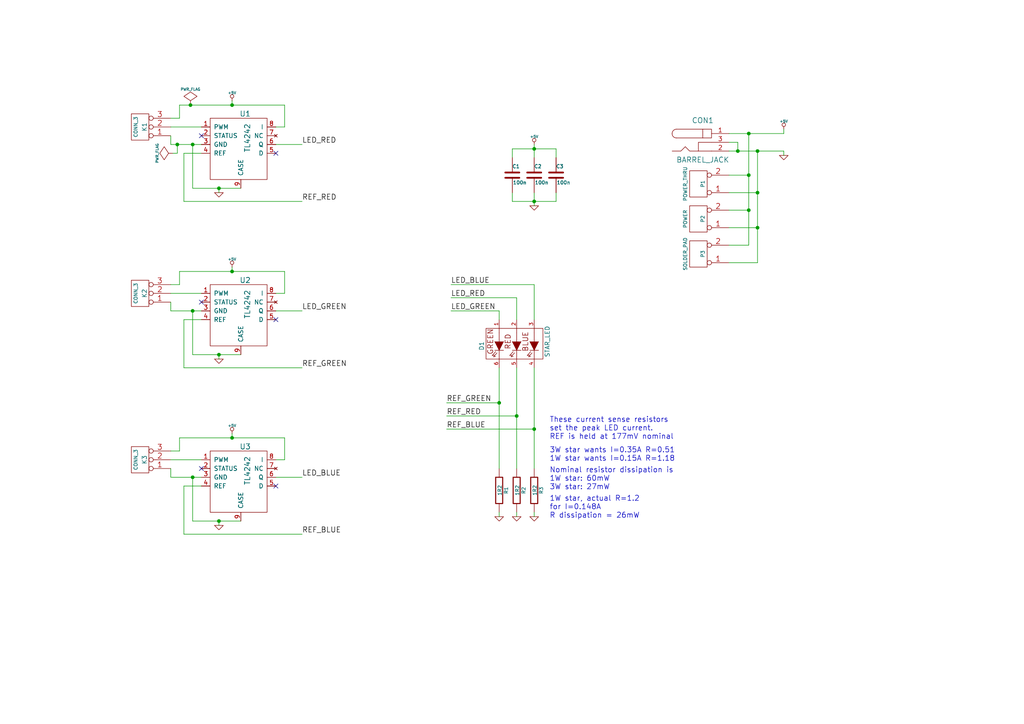
<source format=kicad_sch>
(kicad_sch (version 20230121) (generator eeschema)
  (paper "A4")
  (lib_symbols
    (symbol "star_led:STAR_LED" (pin_names (offset 1.016) hide)
      (property "Reference" "D" (at -10.16 0 90))
      (property "Value" "STAR_LED" (at 8.89 1.27 90))
      (symbol "STAR_LED_0_0"
        (rectangle (start -8.89 5.08) (end 7.62 -3.81))
        (polyline (pts (xy -5.08 -1.27) (xy -5.08 -3.81)))
        (polyline (pts (xy -5.08 3.81) (xy -5.08 1.27)))
        (polyline (pts (xy -5.08 5.08) (xy -5.08 3.81)))
        (polyline (pts (xy 0 -3.81) (xy 0 -1.27)))
        (polyline (pts (xy 0 1.27) (xy 0 3.81)))
        (polyline (pts (xy 0 3.81) (xy 0 5.08)))
        (polyline (pts (xy 5.08 -1.27) (xy 5.08 -3.81)))
        (polyline (pts (xy 5.08 3.81) (xy 5.08 1.27)))
        (polyline (pts (xy 5.08 5.08) (xy 5.08 3.81)))
        (text "BLUE" (at 2.54 1.27 900) (effects (font (size 1.524 1.524))))
        (text "GREEN" (at -7.62 1.27 900) (effects (font (size 1.524 1.524))))
        (text "RED" (at -2.54 1.27 900) (effects (font (size 1.524 1.524))))
      )
      (symbol "STAR_LED_0_1"
        (polyline (pts (xy -3.81 -1.27) (xy -6.35 -1.27)))
        (polyline (pts (xy 1.27 -1.27) (xy -1.27 -1.27)))
        (polyline (pts (xy 6.35 -1.27) (xy 3.81 -1.27)))
        (polyline (pts (xy -6.096 -1.651) (xy -7.112 -2.794) (xy -6.477 -2.667)))
        (polyline (pts (xy -5.715 -2.032) (xy -6.731 -3.175) (xy -6.096 -3.048)))
        (polyline (pts (xy -3.81 1.27) (xy -5.08 -1.27) (xy -6.35 1.27)) (fill (type outline)))
        (polyline (pts (xy -1.016 -1.651) (xy -2.032 -2.794) (xy -1.397 -2.667)))
        (polyline (pts (xy -0.635 -2.032) (xy -1.651 -3.175) (xy -1.016 -3.048)))
        (polyline (pts (xy 1.27 1.27) (xy 0 -1.27) (xy -1.27 1.27)) (fill (type outline)))
        (polyline (pts (xy 4.064 -1.651) (xy 3.048 -2.794) (xy 3.683 -2.667)))
        (polyline (pts (xy 4.445 -2.032) (xy 3.429 -3.175) (xy 4.064 -3.048)))
        (polyline (pts (xy 6.35 1.27) (xy 5.08 -1.27) (xy 3.81 1.27)) (fill (type outline)))
      )
      (symbol "STAR_LED_1_1"
        (pin passive line (at -5.08 7.62 270) (length 2.54) (name "G+") (number "1"))
        (pin passive line (at 0 7.62 270) (length 2.54) (name "R+") (number "2"))
        (pin passive line (at 5.08 7.62 270) (length 2.54) (name "B+") (number "3"))
        (pin passive line (at 5.08 -6.35 90) (length 2.54) (name "B-") (number "4"))
        (pin passive line (at 0 -6.35 90) (length 2.54) (name "R-") (number "5"))
        (pin passive line (at -5.08 -6.35 90) (length 2.54) (name "G-") (number "6"))
      )
    )
    (symbol "tl4242:TL4242" (pin_names (offset 1.016))
      (property "Reference" "U" (at 13.97 22.86 0))
      (property "Value" "TL4242" (at 14.605 15.875 90))
      (symbol "TL4242_0_1"
        (rectangle (start 3.81 21.59) (end 20.32 3.81))
      )
      (symbol "TL4242_1_1"
        (pin input line (at 1.27 19.05 0) (length 2.54) (name "PWM") (number "1"))
        (pin output line (at 1.27 16.51 0) (length 2.54) (name "STATUS") (number "2"))
        (pin power_in line (at 1.27 13.97 0) (length 2.54) (name "GND") (number "3"))
        (pin input line (at 1.27 11.43 0) (length 2.54) (name "REF") (number "4"))
        (pin passive line (at 22.86 11.43 180) (length 2.54) (name "D") (number "5"))
        (pin power_out line (at 22.86 13.97 180) (length 2.54) (name "Q") (number "6"))
        (pin no_connect line (at 22.86 16.51 180) (length 2.54) (name "NC") (number "7"))
        (pin power_in line (at 22.86 19.05 180) (length 2.54) (name "I") (number "8"))
        (pin passive line (at 12.7 1.27 90) (length 2.54) (name "CASE") (number "9"))
      )
    )
    (symbol "uplighter-rescue:+5V" (power) (pin_names (offset 1.016))
      (property "Value" "+5V" (at 0 2.286 0))
      (symbol "+5V_0_0"
        (pin power_in line (at 0 0 90) (length 0) hide (name "+5V") (number "1"))
      )
      (symbol "+5V_0_1"
        (polyline (pts (xy 0 0) (xy 0 0.762) (xy 0 0.762) (xy 0 0.762)))
        (circle (center 0 1.27) (radius 0.508))
      )
    )
    (symbol "uplighter-rescue:BARREL_JACK" (pin_names (offset 1.016))
      (property "Reference" "CON" (at 0 6.35 0))
      (property "Value" "BARREL_JACK" (at 0 -5.08 0))
      (symbol "BARREL_JACK_0_1"
        (arc (start -8.89 2.54) (mid -8.5271 1.6254) (end -7.62 1.27))
        (arc (start -7.62 3.81) (mid -8.5088 3.4366) (end -8.89 2.54))
        (polyline (pts (xy -7.62 1.27) (xy 0 1.27)))
        (polyline (pts (xy 0 3.81) (xy -7.62 3.81)))
        (polyline (pts (xy 2.54 0) (xy -1.27 0) (xy -1.27 -2.54)))
        (polyline (pts (xy 2.54 -2.54) (xy -3.81 -2.54) (xy -5.08 -1.27) (xy -6.35 -2.54) (xy -8.89 -2.54)))
        (rectangle (start 2.54 3.81) (end 0 1.27))
      )
      (symbol "BARREL_JACK_1_1"
        (pin passive line (at 7.62 2.54 180) (length 5.08) (name "~") (number "1"))
        (pin passive line (at 7.62 -2.54 180) (length 5.08) (name "~") (number "2"))
        (pin passive line (at 7.62 0 180) (length 5.08) (name "~") (number "3"))
      )
    )
    (symbol "uplighter-rescue:C" (pin_numbers hide) (pin_names (offset 0.254))
      (property "Reference" "C" (at 0 2.54 0))
      (property "Value" "C" (at 0.1524 -2.159 0))
      (symbol "C_0_1"
        (polyline (pts (xy -2.032 -0.762) (xy 2.032 -0.762)) (stroke (width 0.508)))
        (polyline (pts (xy -2.032 0.762) (xy 2.032 0.762)) (stroke (width 0.508)))
      )
      (symbol "C_1_1"
        (pin passive line (at 0 5.08 270) (length 4.318) (name "~") (number "1"))
        (pin passive line (at 0 -5.08 90) (length 4.318) (name "~") (number "2"))
      )
    )
    (symbol "uplighter-rescue:CONN_2" (pin_names (offset 1.016) hide)
      (property "Reference" "P" (at -1.27 0 90))
      (property "Value" "CONN_2" (at 1.27 0 90))
      (symbol "CONN_2_0_1"
        (rectangle (start -2.54 3.81) (end 2.54 -3.81))
      )
      (symbol "CONN_2_1_1"
        (pin passive inverted (at -8.89 2.54 0) (length 6.35) (name "P1") (number "1"))
        (pin passive inverted (at -8.89 -2.54 0) (length 6.35) (name "PM") (number "2"))
      )
    )
    (symbol "uplighter-rescue:CONN_3" (pin_names (offset 1.016) hide)
      (property "Reference" "K" (at -1.27 0 90))
      (property "Value" "CONN_3" (at 1.27 0 90))
      (symbol "CONN_3_0_1"
        (rectangle (start -2.54 3.81) (end 2.54 -3.81))
      )
      (symbol "CONN_3_1_1"
        (pin passive inverted (at -8.89 2.54 0) (length 6.35) (name "P1") (number "1"))
        (pin passive inverted (at -8.89 0 0) (length 6.35) (name "PM") (number "2"))
        (pin passive inverted (at -8.89 -2.54 0) (length 6.35) (name "P3") (number "3"))
      )
    )
    (symbol "uplighter-rescue:GND" (power) (pin_names (offset 0))
      (symbol "GND_0_1"
        (polyline (pts (xy -1.27 0) (xy 0 -1.27) (xy 1.27 0) (xy -1.27 0)))
      )
      (symbol "GND_1_1"
        (pin power_in line (at 0 0 90) (length 0) hide (name "GND") (number "1"))
      )
    )
    (symbol "uplighter-rescue:PWR_FLAG" (power) (pin_numbers hide) (pin_names (offset 0) hide)
      (property "Value" "PWR_FLAG" (at 0 4.572 0))
      (symbol "PWR_FLAG_0_0"
        (pin power_out line (at 0 0 90) (length 0) (name "pwr") (number "1"))
      )
      (symbol "PWR_FLAG_0_1"
        (polyline (pts (xy 0 0) (xy 0 1.27) (xy -1.905 2.54) (xy 0 3.81) (xy 1.905 2.54) (xy 0 1.27)))
      )
    )
    (symbol "uplighter-rescue:R" (pin_numbers hide) (pin_names (offset 0))
      (property "Reference" "R" (at 2.032 0 90))
      (property "Value" "R" (at 0.1778 0.0254 90))
      (symbol "R_0_1"
        (rectangle (start -1.016 3.81) (end 1.016 -3.81) (stroke (width 0.3048)))
      )
      (symbol "R_1_1"
        (pin passive line (at 0 6.35 270) (length 2.54) (name "~") (number "1"))
        (pin passive line (at 0 -6.35 90) (length 2.54) (name "~") (number "2"))
      )
    )
  )
  (junction (at 144.78 116.84))
  (junction (at 55.88 90.17))
  (junction (at 217.17 38.735))
  (junction (at 55.88 41.91))
  (junction (at 219.71 43.815))
  (junction (at 154.94 43.18))
  (junction (at 63.5 54.61))
  (junction (at 219.71 55.88))
  (junction (at 67.31 127))
  (junction (at 219.71 66.04))
  (junction (at 217.17 60.96))
  (junction (at 154.94 124.46))
  (junction (at 149.86 120.65))
  (junction (at 63.5 151.13))
  (junction (at 217.17 50.8))
  (junction (at 67.31 78.74))
  (junction (at 154.94 58.42))
  (junction (at 67.31 30.48))
  (junction (at 55.245 30.48))
  (junction (at 51.435 41.91))
  (junction (at 213.995 43.815))
  (junction (at 55.88 138.43))
  (junction (at 63.5 102.87))
  (no_connect (at 80.01 92.71))
  (no_connect (at 58.42 87.63))
  (no_connect (at 58.42 39.37))
  (no_connect (at 80.01 140.97))
  (no_connect (at 80.01 44.45))
  (no_connect (at 58.42 135.89))
  (wire (pts (xy 82.55 85.09) (xy 80.01 85.09)))
  (wire (pts (xy 49.53 85.09) (xy 58.42 85.09)))
  (wire (pts (xy 49.53 133.35) (xy 58.42 133.35)))
  (wire (pts (xy 55.88 90.17) (xy 55.88 102.87)))
  (wire (pts (xy 130.81 86.36) (xy 149.86 86.36)))
  (wire (pts (xy 55.88 138.43) (xy 58.42 138.43)))
  (wire (pts (xy 53.34 140.97) (xy 53.34 154.94)))
  (wire (pts (xy 82.55 30.48) (xy 82.55 36.83)))
  (wire (pts (xy 149.86 86.36) (xy 149.86 92.71)))
  (wire (pts (xy 154.94 58.42) (xy 154.94 59.69)))
  (wire (pts (xy 55.88 102.87) (xy 63.5 102.87)))
  (wire (pts (xy 53.34 58.42) (xy 87.63 58.42)))
  (wire (pts (xy 49.53 135.89) (xy 49.53 138.43)))
  (wire (pts (xy 217.17 50.8) (xy 211.455 50.8)))
  (wire (pts (xy 67.31 78.74) (xy 82.55 78.74)))
  (wire (pts (xy 55.88 41.91) (xy 58.42 41.91)))
  (wire (pts (xy 49.53 39.37) (xy 49.53 41.91)))
  (wire (pts (xy 49.53 34.29) (xy 52.07 34.29)))
  (wire (pts (xy 58.42 92.71) (xy 53.34 92.71)))
  (wire (pts (xy 144.78 106.68) (xy 144.78 116.84)))
  (wire (pts (xy 211.455 41.275) (xy 213.995 41.275)))
  (wire (pts (xy 154.94 148.59) (xy 154.94 149.86)))
  (wire (pts (xy 219.71 66.04) (xy 219.71 76.2)))
  (wire (pts (xy 49.53 82.55) (xy 52.07 82.55)))
  (wire (pts (xy 63.5 104.14) (xy 63.5 102.87)))
  (wire (pts (xy 161.29 43.18) (xy 161.29 45.72)))
  (wire (pts (xy 154.94 82.55) (xy 154.94 92.71)))
  (wire (pts (xy 213.995 43.815) (xy 219.71 43.815)))
  (wire (pts (xy 49.53 138.43) (xy 55.88 138.43)))
  (wire (pts (xy 213.995 41.275) (xy 213.995 43.815)))
  (wire (pts (xy 49.53 41.91) (xy 51.435 41.91)))
  (wire (pts (xy 154.94 124.46) (xy 154.94 135.89)))
  (wire (pts (xy 52.07 30.48) (xy 55.245 30.48)))
  (wire (pts (xy 52.07 130.81) (xy 52.07 127)))
  (wire (pts (xy 217.17 71.12) (xy 211.455 71.12)))
  (wire (pts (xy 154.94 43.18) (xy 161.29 43.18)))
  (wire (pts (xy 217.17 60.96) (xy 211.455 60.96)))
  (wire (pts (xy 63.5 151.13) (xy 69.85 151.13)))
  (wire (pts (xy 148.59 43.18) (xy 154.94 43.18)))
  (wire (pts (xy 82.55 133.35) (xy 80.01 133.35)))
  (wire (pts (xy 130.81 82.55) (xy 154.94 82.55)))
  (wire (pts (xy 67.31 125.73) (xy 67.31 127)))
  (wire (pts (xy 55.88 151.13) (xy 63.5 151.13)))
  (wire (pts (xy 217.17 38.735) (xy 227.33 38.735)))
  (wire (pts (xy 211.455 38.735) (xy 217.17 38.735)))
  (wire (pts (xy 130.81 90.17) (xy 144.78 90.17)))
  (wire (pts (xy 55.88 54.61) (xy 63.5 54.61)))
  (wire (pts (xy 49.53 87.63) (xy 49.53 90.17)))
  (wire (pts (xy 58.42 44.45) (xy 53.34 44.45)))
  (wire (pts (xy 144.78 116.84) (xy 144.78 135.89)))
  (wire (pts (xy 53.34 154.94) (xy 87.63 154.94)))
  (wire (pts (xy 149.86 106.68) (xy 149.86 120.65)))
  (wire (pts (xy 82.55 36.83) (xy 80.01 36.83)))
  (wire (pts (xy 82.55 127) (xy 82.55 133.35)))
  (wire (pts (xy 63.5 54.61) (xy 69.85 54.61)))
  (wire (pts (xy 63.5 152.4) (xy 63.5 151.13)))
  (wire (pts (xy 219.71 76.2) (xy 211.455 76.2)))
  (wire (pts (xy 67.31 77.47) (xy 67.31 78.74)))
  (wire (pts (xy 148.59 58.42) (xy 148.59 55.88)))
  (wire (pts (xy 227.33 38.735) (xy 227.33 37.465)))
  (wire (pts (xy 129.54 124.46) (xy 154.94 124.46)))
  (wire (pts (xy 63.5 102.87) (xy 69.85 102.87)))
  (wire (pts (xy 144.78 148.59) (xy 144.78 149.86)))
  (wire (pts (xy 80.01 41.91) (xy 87.63 41.91)))
  (wire (pts (xy 67.31 29.21) (xy 67.31 30.48)))
  (wire (pts (xy 219.71 43.815) (xy 227.33 43.815)))
  (wire (pts (xy 52.07 82.55) (xy 52.07 78.74)))
  (wire (pts (xy 219.71 43.815) (xy 219.71 55.88)))
  (wire (pts (xy 55.88 138.43) (xy 55.88 151.13)))
  (wire (pts (xy 63.5 55.88) (xy 63.5 54.61)))
  (wire (pts (xy 149.86 149.86) (xy 149.86 148.59)))
  (wire (pts (xy 55.88 90.17) (xy 58.42 90.17)))
  (wire (pts (xy 129.54 116.84) (xy 144.78 116.84)))
  (wire (pts (xy 53.34 92.71) (xy 53.34 106.68)))
  (wire (pts (xy 49.53 90.17) (xy 55.88 90.17)))
  (wire (pts (xy 49.53 36.83) (xy 58.42 36.83)))
  (wire (pts (xy 53.34 44.45) (xy 53.34 58.42)))
  (wire (pts (xy 219.71 55.88) (xy 219.71 66.04)))
  (wire (pts (xy 82.55 78.74) (xy 82.55 85.09)))
  (wire (pts (xy 149.86 120.65) (xy 149.86 135.89)))
  (wire (pts (xy 217.17 50.8) (xy 217.17 60.96)))
  (wire (pts (xy 217.17 38.735) (xy 217.17 50.8)))
  (wire (pts (xy 49.53 130.81) (xy 52.07 130.81)))
  (wire (pts (xy 52.07 127) (xy 67.31 127)))
  (wire (pts (xy 52.07 78.74) (xy 67.31 78.74)))
  (wire (pts (xy 67.31 30.48) (xy 82.55 30.48)))
  (wire (pts (xy 51.435 41.91) (xy 55.88 41.91)))
  (wire (pts (xy 154.94 43.18) (xy 154.94 45.72)))
  (wire (pts (xy 154.94 106.68) (xy 154.94 124.46)))
  (wire (pts (xy 211.455 43.815) (xy 213.995 43.815)))
  (wire (pts (xy 55.88 41.91) (xy 55.88 54.61)))
  (wire (pts (xy 148.59 58.42) (xy 154.94 58.42)))
  (wire (pts (xy 58.42 140.97) (xy 53.34 140.97)))
  (wire (pts (xy 217.17 60.96) (xy 217.17 71.12)))
  (wire (pts (xy 80.01 90.17) (xy 87.63 90.17)))
  (wire (pts (xy 55.245 30.48) (xy 67.31 30.48)))
  (wire (pts (xy 219.71 66.04) (xy 211.455 66.04)))
  (wire (pts (xy 51.435 44.45) (xy 51.435 41.91)))
  (wire (pts (xy 80.01 138.43) (xy 87.63 138.43)))
  (wire (pts (xy 52.07 34.29) (xy 52.07 30.48)))
  (wire (pts (xy 161.29 58.42) (xy 161.29 55.88)))
  (wire (pts (xy 53.34 106.68) (xy 87.63 106.68)))
  (wire (pts (xy 50.165 44.45) (xy 51.435 44.45)))
  (wire (pts (xy 129.54 120.65) (xy 149.86 120.65)))
  (wire (pts (xy 154.94 55.88) (xy 154.94 58.42)))
  (wire (pts (xy 154.94 58.42) (xy 161.29 58.42)))
  (wire (pts (xy 67.31 127) (xy 82.55 127)))
  (wire (pts (xy 227.33 43.815) (xy 227.33 45.085)))
  (wire (pts (xy 144.78 90.17) (xy 144.78 92.71)))
  (wire (pts (xy 154.94 41.91) (xy 154.94 43.18)))
  (wire (pts (xy 148.59 45.72) (xy 148.59 43.18)))
  (wire (pts (xy 219.71 55.88) (xy 211.455 55.88)))
  (text "3W star wants I=0.35A R=0.51\n1W star wants I=0.15A R=1.18" (at 159.385 133.985 0) (effects (font (size 1.524 1.524)) (justify left bottom)))
  (text "Nominal resistor dissipation is\n1W star: 60mW\n3W star: 27mW" (at 159.385 142.24 0) (effects (font (size 1.524 1.524)) (justify left bottom)))
  (text "These current sense resistors\nset the peak LED current.\nREF is held at 177mV nominal" (at 159.385 127.635 0) (effects (font (size 1.524 1.524)) (justify left bottom)))
  (text "1W star, actual R=1.2\nfor I=0.148A\nR dissipation = 26mW" (at 159.385 150.495 0) (effects (font (size 1.524 1.524)) (justify left bottom)))
  (label "REF_BLUE" (at 129.54 124.46 0) (effects (font (size 1.524 1.524))))
  (label "LED_GREEN" (at 130.81 90.17 0) (effects (font (size 1.524 1.524))))
  (label "LED_BLUE" (at 130.81 82.55 0) (effects (font (size 1.524 1.524))))
  (label "LED_BLUE" (at 87.63 138.43 0) (effects (font (size 1.524 1.524))))
  (label "REF_BLUE" (at 87.63 154.94 0) (effects (font (size 1.524 1.524))))
  (label "LED_RED" (at 130.81 86.36 0) (effects (font (size 1.524 1.524))))
  (label "REF_RED" (at 87.63 58.42 0) (effects (font (size 1.524 1.524))))
  (label "REF_RED" (at 129.54 120.65 0) (effects (font (size 1.524 1.524))))
  (label "LED_RED" (at 87.63 41.91 0) (effects (font (size 1.524 1.524))))
  (label "REF_GREEN" (at 87.63 106.68 0) (effects (font (size 1.524 1.524))))
  (label "LED_GREEN" (at 87.63 90.17 0) (effects (font (size 1.524 1.524))))
  (label "REF_GREEN" (at 129.54 116.84 0) (effects (font (size 1.524 1.524))))
  (symbol (lib_id "tl4242:TL4242") (at 57.15 55.88 0) (unit 1)
    (property "Reference" "U1" (at 71.12 33.02 0) (effects (font (size 1.524 1.524))))
    (property "Value" "TL4242" (at 71.755 40.005 90) (effects (font (size 1.524 1.524))))
  )
  (symbol (lib_id "star_led:STAR_LED") (at 149.86 100.33 0) (unit 1)
    (property "Reference" "D1" (at 139.7 100.33 90))
    (property "Value" "STAR_LED" (at 158.75 99.06 90))
  )
  (symbol (lib_id "uplighter-rescue:R") (at 144.78 142.24 0) (unit 1)
    (property "Reference" "R1" (at 146.812 142.24 90) (effects (font (size 1.016 1.016))))
    (property "Value" "1R2" (at 144.9578 142.2146 90) (effects (font (size 1.016 1.016))))
  )
  (symbol (lib_id "uplighter-rescue:R") (at 149.86 142.24 0) (unit 1)
    (property "Reference" "R2" (at 151.892 142.24 90) (effects (font (size 1.016 1.016))))
    (property "Value" "1R2" (at 150.0378 142.2146 90) (effects (font (size 1.016 1.016))))
  )
  (symbol (lib_id "uplighter-rescue:R") (at 154.94 142.24 0) (unit 1)
    (property "Reference" "R3" (at 156.972 142.24 90) (effects (font (size 1.016 1.016))))
    (property "Value" "1R2" (at 155.1178 142.2146 90) (effects (font (size 1.016 1.016))))
  )
  (symbol (lib_id "uplighter-rescue:CONN_3") (at 40.64 36.83 180) (unit 1)
    (property "Reference" "K1" (at 41.91 36.83 90))
    (property "Value" "CONN_3" (at 39.37 36.83 90) (effects (font (size 1.016 1.016))))
  )
  (symbol (lib_id "tl4242:TL4242") (at 57.15 104.14 0) (unit 1)
    (property "Reference" "U2" (at 71.12 81.28 0) (effects (font (size 1.524 1.524))))
    (property "Value" "TL4242" (at 71.755 88.265 90) (effects (font (size 1.524 1.524))))
  )
  (symbol (lib_id "uplighter-rescue:CONN_3") (at 40.64 85.09 180) (unit 1)
    (property "Reference" "K2" (at 41.91 85.09 90))
    (property "Value" "CONN_3" (at 39.37 85.09 90) (effects (font (size 1.016 1.016))))
  )
  (symbol (lib_id "tl4242:TL4242") (at 57.15 152.4 0) (unit 1)
    (property "Reference" "U3" (at 71.12 129.54 0) (effects (font (size 1.524 1.524))))
    (property "Value" "TL4242" (at 71.755 136.525 90) (effects (font (size 1.524 1.524))))
  )
  (symbol (lib_id "uplighter-rescue:CONN_3") (at 40.64 133.35 180) (unit 1)
    (property "Reference" "K3" (at 41.91 133.35 90))
    (property "Value" "CONN_3" (at 39.37 133.35 90) (effects (font (size 1.016 1.016))))
  )
  (symbol (lib_id "uplighter-rescue:GND") (at 144.78 149.86 0) (unit 1)
    (property "Reference" "#PWR01" (effects hide))
    (property "Value" "GND" (effects hide))
  )
  (symbol (lib_id "uplighter-rescue:GND") (at 149.86 149.86 0) (unit 1)
    (property "Reference" "#PWR02" (effects hide))
    (property "Value" "GND" (effects hide))
  )
  (symbol (lib_id "uplighter-rescue:GND") (at 154.94 149.86 0) (unit 1)
    (property "Reference" "#PWR03" (effects hide))
    (property "Value" "GND" (effects hide))
  )
  (symbol (lib_id "uplighter-rescue:GND") (at 63.5 55.88 0) (unit 1)
    (property "Reference" "#PWR04" (effects hide))
    (property "Value" "GND" (effects hide))
  )
  (symbol (lib_id "uplighter-rescue:GND") (at 63.5 104.14 0) (unit 1)
    (property "Reference" "#PWR05" (effects hide))
    (property "Value" "GND" (effects hide))
  )
  (symbol (lib_id "uplighter-rescue:GND") (at 63.5 152.4 0) (unit 1)
    (property "Reference" "#PWR06" (effects hide))
    (property "Value" "GND" (effects hide))
  )
  (symbol (lib_id "uplighter-rescue:C") (at 148.59 50.8 0) (unit 1)
    (property "Reference" "C1" (at 148.59 48.26 0) (effects (font (size 1.016 1.016)) (justify left)))
    (property "Value" "100n" (at 148.7424 52.959 0) (effects (font (size 1.016 1.016)) (justify left)))
  )
  (symbol (lib_id "uplighter-rescue:C") (at 154.94 50.8 0) (unit 1)
    (property "Reference" "C2" (at 154.94 48.26 0) (effects (font (size 1.016 1.016)) (justify left)))
    (property "Value" "100n" (at 155.0924 52.959 0) (effects (font (size 1.016 1.016)) (justify left)))
  )
  (symbol (lib_id "uplighter-rescue:C") (at 161.29 50.8 0) (unit 1)
    (property "Reference" "C3" (at 161.29 48.26 0) (effects (font (size 1.016 1.016)) (justify left)))
    (property "Value" "100n" (at 161.4424 52.959 0) (effects (font (size 1.016 1.016)) (justify left)))
  )
  (symbol (lib_id "uplighter-rescue:GND") (at 154.94 59.69 0) (unit 1)
    (property "Reference" "#PWR07" (effects hide))
    (property "Value" "GND" (effects hide))
  )
  (symbol (lib_id "uplighter-rescue:BARREL_JACK") (at 203.835 41.275 0) (unit 1)
    (property "Reference" "CON1" (at 203.835 34.925 0) (effects (font (size 1.524 1.524))))
    (property "Value" "BARREL_JACK" (at 203.835 46.355 0) (effects (font (size 1.524 1.524))))
  )
  (symbol (lib_id "uplighter-rescue:CONN_2") (at 202.565 53.34 180) (unit 1)
    (property "Reference" "P1" (at 203.835 53.34 90) (effects (font (size 1.016 1.016))))
    (property "Value" "POWER_THRU" (at 198.755 53.34 90) (effects (font (size 1.016 1.016))))
  )
  (symbol (lib_id "uplighter-rescue:CONN_2") (at 202.565 63.5 180) (unit 1)
    (property "Reference" "P2" (at 203.835 63.5 90) (effects (font (size 1.016 1.016))))
    (property "Value" "POWER" (at 198.755 63.5 90) (effects (font (size 1.016 1.016))))
  )
  (symbol (lib_id "uplighter-rescue:CONN_2") (at 202.565 73.66 180) (unit 1)
    (property "Reference" "P3" (at 203.835 73.66 90) (effects (font (size 1.016 1.016))))
    (property "Value" "SOLDER_PAD" (at 198.755 73.66 90) (effects (font (size 1.016 1.016))))
  )
  (symbol (lib_id "uplighter-rescue:+5V") (at 67.31 29.21 0) (unit 1)
    (property "Reference" "#PWR08" (effects hide))
    (property "Value" "+5V" (at 67.31 26.924 0) (effects (font (size 0.762 0.762))))
  )
  (symbol (lib_id "uplighter-rescue:+5V") (at 67.31 77.47 0) (unit 1)
    (property "Reference" "#PWR09" (effects hide))
    (property "Value" "+5V" (at 67.31 75.184 0) (effects (font (size 0.762 0.762))))
  )
  (symbol (lib_id "uplighter-rescue:+5V") (at 67.31 125.73 0) (unit 1)
    (property "Reference" "#PWR010" (effects hide))
    (property "Value" "+5V" (at 67.31 123.444 0) (effects (font (size 0.762 0.762))))
  )
  (symbol (lib_id "uplighter-rescue:+5V") (at 154.94 41.91 0) (unit 1)
    (property "Reference" "#PWR011" (effects hide))
    (property "Value" "+5V" (at 154.94 39.624 0) (effects (font (size 0.762 0.762))))
  )
  (symbol (lib_id "uplighter-rescue:+5V") (at 227.33 37.465 0) (unit 1)
    (property "Reference" "#PWR012" (effects hide))
    (property "Value" "+5V" (at 227.33 35.179 0) (effects (font (size 0.762 0.762))))
  )
  (symbol (lib_id "uplighter-rescue:GND") (at 227.33 45.085 0) (unit 1)
    (property "Reference" "#PWR013" (effects hide))
    (property "Value" "GND" (effects hide))
  )
  (symbol (lib_id "uplighter-rescue:PWR_FLAG") (at 55.245 30.48 0) (unit 1)
    (property "Reference" "#FLG014" (effects hide))
    (property "Value" "PWR_FLAG" (at 55.245 25.908 0) (effects (font (size 0.762 0.762))))
  )
  (symbol (lib_id "uplighter-rescue:PWR_FLAG") (at 50.165 44.45 90) (unit 1)
    (property "Reference" "#FLG015" (effects hide))
    (property "Value" "PWR_FLAG" (at 45.593 44.45 0) (effects (font (size 0.762 0.762))))
  )
)
</source>
